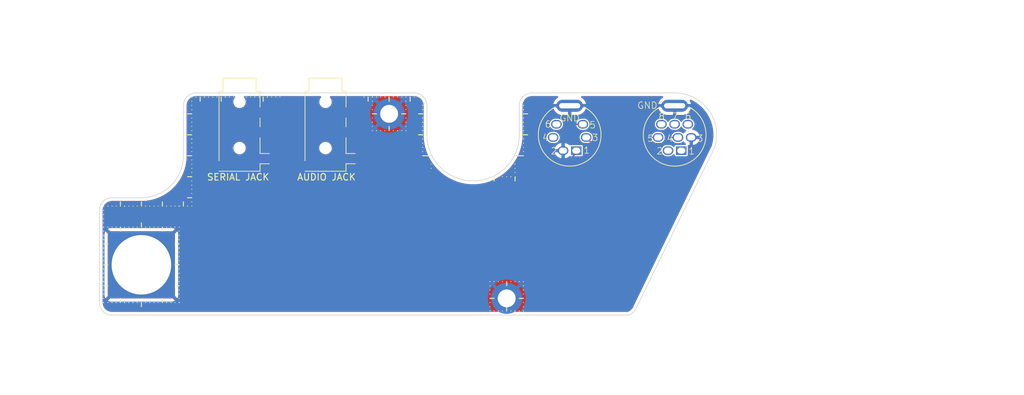
<source format=kicad_pcb>
(kicad_pcb (version 20221018) (generator pcbnew)
  (title_block (title "FT-81x BT DIGI Adaptor") (date "2023-11-23") (rev "v1") (comment 1 "CC-BY-NC-SA 4.0") (comment 2 "With special thanks to: BG6JJI, BI1EIH"))
  (layers (0 "F.Cu" signal) (31 "B.Cu" signal) (34 "B.Paste" user) (35 "F.Paste" user) (36 "B.SilkS" user "B.Silkscreen") (37 "F.SilkS" user "F.Silkscreen") (38 "B.Mask" user) (39 "F.Mask" user) (44 "Edge.Cuts" user))
  (net 0 "")
  (net 2 "DIN8_1")
  (net 3 "TX D")
  (net 4 "RX D")
  (net 5 "DIN8_2")
  (net 6 "DIN8_6")
  (net 7 "DIN8_7")
  (net 8 "PTT")
  (net 9 "DATA IN")
  (net 10 "DIN8_8")
  (net 11 "DATA OUT 1200bps")
  (net 13 "GND")
  (footprint "Connector_Audio:Jack_3.5mm_PJ320D_Horizontal" (layer "F.Cu") (at 125 69 -90)
    (fp_text reference "Jack_AUDIO1" hide)
    (fp_text value "AudioJack" hide)
    (fp_line (start -8.375 -2.5) (end -8.375 2.5) (stroke (width 0.12)) (layer "F.SilkS"))
    (fp_line (start -6.375 -3.1) (end -6.375 -2.5) (stroke (width 0.12)) (layer "F.SilkS"))
    (fp_line (start -6.375 -3.1) (end -4 -3.1) (stroke (width 0.12)) (layer "F.SilkS"))
    (fp_line (start -6.375 -2.5) (end -8.375 -2.5) (stroke (width 0.12)) (layer "F.SilkS"))
    (fp_line (start -6.375 2.5) (end -8.375 2.5) (stroke (width 0.12)) (layer "F.SilkS"))
    (fp_line (start -6.375 2.5) (end -6.375 3.1) (stroke (width 0.12)) (layer "F.SilkS"))
    (fp_line (start -2.35 -3.1) (end -1 -3.1) (stroke (width 0.12)) (layer "F.SilkS"))
    (fp_line (start 0.65 -3.1) (end 3.05 -3.1) (stroke (width 0.12)) (layer "F.SilkS"))
    (fp_line (start 3.05 -3.1) (end 3.05 -4.5) (stroke (width 0.12)) (layer "F.SilkS"))
    (fp_line (start 4.15 3.1) (end -6.375 3.1) (stroke (width 0.12)) (layer "F.SilkS"))
    (fp_line (start 4.6 -3.1) (end 4.6 -4.5) (stroke (width 0.12)) (layer "F.SilkS"))
    (fp_line (start 4.6 -3.1) (end 5.725 -3.1) (stroke (width 0.12)) (layer "F.SilkS"))
    (fp_line (start 5.725 3.1) (end 5.725 -3.1) (stroke (width 0.12)) (layer "F.SilkS"))
    (pad "" np_thru_hole circle (at -4.775 0 270) (size 1.5 1.5) (drill 1.5) (layers "*.Cu" "*.Mask"))
    (pad "" np_thru_hole circle (at 2.225 0 270) (size 1.5 1.5) (drill 1.5) (layers "*.Cu" "*.Mask"))
    (pad "R1" smd rect (at -0.175 -3.25 270) (size 1.2 2.5) (layers "F.Cu" "F.Paste" "F.Mask") (net 9 "DATA IN"))
    (pad "R2" smd rect (at -3.175 -3.25 270) (size 1.2 2.5) (layers "F.Cu" "F.Paste" "F.Mask") (net 8 "PTT"))
    (pad "S" smd rect (at 4.925 3.25 270) (size 1.2 2.5) (layers "F.Cu" "F.Paste" "F.Mask") (net 13 "GND"))
    (pad "T" smd rect (at 3.825 -3.25 270) (size 1.2 2.5) (layers "F.Cu" "F.Paste" "F.Mask") (net 11 "DATA OUT 1200bps"))
  )
  (footprint "Connector_Audio:Jack_3.5mm_PJ320D_Horizontal" (layer "F.Cu") (at 112 69 -90)
    (fp_text reference "Jack_SERIAL1" hide)
    (fp_text value "SerialJack" hide)
    (fp_line (start -8.375 -2.5) (end -8.375 2.5) (stroke (width 0.12)) (layer "F.SilkS"))
    (fp_line (start -6.375 -3.1) (end -6.375 -2.5) (stroke (width 0.12)) (layer "F.SilkS"))
    (fp_line (start -6.375 -3.1) (end -4 -3.1) (stroke (width 0.12)) (layer "F.SilkS"))
    (fp_line (start -6.375 -2.5) (end -8.375 -2.5) (stroke (width 0.12)) (layer "F.SilkS"))
    (fp_line (start -6.375 2.5) (end -8.375 2.5) (stroke (width 0.12)) (layer "F.SilkS"))
    (fp_line (start -6.375 2.5) (end -6.375 3.1) (stroke (width 0.12)) (layer "F.SilkS"))
    (fp_line (start -2.35 -3.1) (end -1 -3.1) (stroke (width 0.12)) (layer "F.SilkS"))
    (fp_line (start 0.65 -3.1) (end 3.05 -3.1) (stroke (width 0.12)) (layer "F.SilkS"))
    (fp_line (start 3.05 -3.1) (end 3.05 -4.5) (stroke (width 0.12)) (layer "F.SilkS"))
    (fp_line (start 4.15 3.1) (end -6.375 3.1) (stroke (width 0.12)) (layer "F.SilkS"))
    (fp_line (start 4.6 -3.1) (end 4.6 -4.5) (stroke (width 0.12)) (layer "F.SilkS"))
    (fp_line (start 4.6 -3.1) (end 5.725 -3.1) (stroke (width 0.12)) (layer "F.SilkS"))
    (fp_line (start 5.725 3.1) (end 5.725 -3.1) (stroke (width 0.12)) (layer "F.SilkS"))
    (pad "" np_thru_hole circle (at -4.775 0 270) (size 1.5 1.5) (drill 1.5) (layers "*.Cu" "*.Mask"))
    (pad "" np_thru_hole circle (at 2.225 0 270) (size 1.5 1.5) (drill 1.5) (layers "*.Cu" "*.Mask"))
    (pad "R1" smd rect (at -0.175 -3.25 270) (size 1.2 2.5) (layers "F.Cu" "F.Paste" "F.Mask") (net 3 "TX D"))
    (pad "R2" smd rect (at -3.175 -3.25 270) (size 1.2 2.5) (layers "F.Cu" "F.Paste" "F.Mask"))
    (pad "S" smd rect (at 4.925 3.25 270) (size 1.2 2.5) (layers "F.Cu" "F.Paste" "F.Mask") (net 13 "GND"))
    (pad "T" smd rect (at 3.825 -3.25 270) (size 1.2 2.5) (layers "F.Cu" "F.Paste" "F.Mask") (net 4 "RX D"))
  )
  (footprint "Library:MD-6Pin_Reverse" (layer "F.Cu") (at 161.925 69.215)
    (fp_text reference "J1010" hide)
    (fp_text value "Mini-DIN-6PR" hide)
    (fp_text user "4" (at -4.191 1.016 unlocked) (layer "F.SilkS") (effects (font (thickness 0.1)) (justify left bottom)))
    (fp_text user "3" (at 3.302 1.016 unlocked) (layer "F.SilkS") (effects (font (thickness 0.1)) (justify left bottom)))
    (fp_text user "GND" (at 0 -2.54 unlocked) (layer "F.SilkS") (effects (font (thickness 0.1))))
    (fp_text user "6" (at -3.81 -1.016 unlocked) (layer "F.SilkS") (effects (font (thickness 0.1)) (justify left bottom)))
    (fp_text user "2" (at -2.921 3.048 unlocked) (layer "F.SilkS") (effects (font (thickness 0.1)) (justify left bottom)))
    (fp_text user "1" (at 2.032 2.921 unlocked) (layer "F.SilkS") (effects (font (thickness 0.1)) (justify left bottom)))
    (fp_text user "5" (at 2.921 -0.889 unlocked) (layer "F.SilkS") (effects (font (thickness 0.1)) (justify left bottom)))
    (fp_arc (start 2.2 -4.199999) (mid 0 4.741307) (end -2.2 -4.199999) (stroke (width 0.127)) (layer "F.SilkS"))
    (pad "1" thru_hole rect (at 1 2.4) (size 1.6 1.3) (drill oval 1.2 0.9) (layers "*.Cu" "*.Mask") (net 9 "DATA IN"))
    (pad "2" thru_hole oval (at -1 2.4) (size 1.6 1.3) (drill oval 1.2 0.9) (layers "*.Cu" "*.Mask") (net 13 "GND"))
    (pad "3" thru_hole oval (at 2.5 0.4) (size 1.6 1.3) (drill oval 1.2 0.9) (layers "*.Cu" "*.Mask") (net 8 "PTT"))
    (pad "4" thru_hole oval (at -2.5 0.4) (size 1.6 1.3) (drill oval 1.2 0.9) (layers "*.Cu" "*.Mask"))
    (pad "5" thru_hole oval (at 2 -1.6) (size 1.6 1.3) (drill oval 1.2 0.9) (layers "*.Cu" "*.Mask") (net 11 "DATA OUT 1200bps"))
    (pad "6" thru_hole oval (at -2 -1.6) (size 1.6 1.3) (drill oval 1.2 0.9) (layers "*.Cu" "*.Mask"))
    (pad "7" thru_hole oval (at 0 -4.4) (size 4 1.8) (drill oval 3.2 0.8) (layers "*.Cu" "*.Mask") (net 13 "GND"))
  )
  (footprint "Library:MD-8Pin_Reverse" (layer "F.Cu") (at 177.8 69.215)
    (fp_text reference "J1009" hide)
    (fp_text value "Mini-DIN-8PR" hide)
    (fp_text user "GND" (at -5.715 -4.445 unlocked) (layer "F.SilkS") (effects (font (thickness 0.1)) (justify left)))
    (fp_text user "8" (at -2.5 -2.2 unlocked) (layer "F.SilkS") (effects (font (thickness 0.1)) (justify left bottom)))
    (fp_text user "6" (at 1.5 -2.2 unlocked) (layer "F.SilkS") (effects (font (thickness 0.1)) (justify left bottom)))
    (fp_text user "1" (at 2.032 3.048 unlocked) (layer "F.SilkS") (effects (font (thickness 0.1)) (justify left bottom)))
    (fp_text user "5" (at -4.191 1.143 unlocked) (layer "F.SilkS") (effects (font (thickness 0.1)) (justify left bottom)))
    (fp_text user "7" (at -0.508 -2.2 unlocked) (layer "F.SilkS") (effects (font (thickness 0.1)) (justify left bottom)))
    (fp_text user "4" (at -1.27 1.143 unlocked) (layer "F.SilkS") (effects (font (thickness 0.1)) (justify left bottom)))
    (fp_text user "2" (at -2.794 3.048 unlocked) (layer "F.SilkS") (effects (font (thickness 0.1)) (justify left bottom)))
    (fp_text user "3" (at 3.302 1.143 unlocked) (layer "F.SilkS") (effects (font (thickness 0.1)) (justify left bottom)))
    (fp_arc (start 2.2 -4.199999) (mid 0 4.741307) (end -2.2 -4.199999) (stroke (width 0.127)) (layer "F.SilkS"))
    (pad "1" thru_hole rect (at 1 2.4) (size 1.6 1.3) (drill oval 1.2 0.9) (layers "*.Cu" "*.Mask") (net 2 "DIN8_1"))
    (pad "2" thru_hole oval (at -1 2.4) (size 1.6 1.3) (drill oval 1.2 0.9) (layers "*.Cu" "*.Mask") (net 5 "DIN8_2"))
    (pad "3" thru_hole oval (at 2.5 0.4) (size 1.6 1.3) (drill oval 1.2 0.9) (layers "*.Cu" "*.Mask") (net 13 "GND"))
    (pad "4" thru_hole oval (at 0.5 0.4) (size 1.6 1.3) (drill oval 1.2 0.9) (layers "*.Cu" "*.Mask") (net 3 "TX D"))
    (pad "5" thru_hole oval (at -2.5 0.4) (size 1.6 1.3) (drill oval 1.2 0.9) (layers "*.Cu" "*.Mask") (net 4 "RX D"))
    (pad "6" thru_hole oval (at 2 -1.6) (size 1.6 1.3) (drill oval 1.2 0.9) (layers "*.Cu" "*.Mask") (net 6 "DIN8_6"))
    (pad "7" thru_hole oval (at 0 -1.6) (size 1.6 1.3) (drill oval 1.2 0.9) (layers "*.Cu" "*.Mask") (net 7 "DIN8_7"))
    (pad "8" thru_hole oval (at -2 -1.6) (size 1.6 1.3) (drill oval 1.2 0.9) (layers "*.Cu" "*.Mask") (net 10 "DIN8_8"))
    (pad "9" thru_hole oval (at 0 -4.4) (size 4 1.8) (drill oval 3.2 0.8) (layers "*.Cu" "*.Mask") (net 13 "GND"))
  )
  (footprint "Library:FT-817_GND_terminal_8.4mm_M8_Pad_TopBottom" (layer "F.Cu") (at 97.155 88.9)
    (fp_text reference "H3" hide)
    (fp_text value "GND Terminal" hide)
    (pad "1" thru_hole circle (at 0 0) (size 10 10) (drill 9) (layers "*.Cu" "*.Mask") (net 13 "GND"))
    (pad "1" connect roundrect (at 0 0) (size 10.16 10.16) (layers "F.Cu" "F.Mask") (roundrect_rratio 0.05) (net 13 "GND"))
    (pad "1" connect roundrect (at 0 0) (size 10.16 10.16) (layers "B.Cu" "B.Mask") (roundrect_rratio 0.05) (net 13 "GND"))
  )
  (footprint "MountingHole:MountingHole_2.7mm_M2.5_DIN965_Pad_TopOnly" (layer "B.Cu") (at 152.4 93.98 180)
    (fp_text reference "H2" hide)
    (fp_text value "MountingHole_Pad" hide)
    (pad "1" thru_hole circle (at 0 0 180) (size 3.1 3.1) (drill 2.7) (layers "*.Cu" "*.Mask") (net 13 "GND"))
    (pad "1" connect circle (at 0 0 180) (size 4.7 4.7) (layers "B.Cu" "B.Mask") (net 13 "GND"))
  )
  (footprint "MountingHole:MountingHole_2.7mm_M2.5_DIN965_Pad_TopOnly" (layer "B.Cu") (at 134.62 66.04 180)
    (fp_text reference "H1" hide)
    (fp_text value "MountingHole_Pad" hide)
    (pad "1" thru_hole circle (at 0 0 180) (size 3.1 3.1) (drill 2.7) (layers "*.Cu" "*.Mask") (net 13 "GND"))
    (pad "1" connect circle (at 0 0 180) (size 4.7 4.7) (layers "B.Cu" "B.Mask") (net 13 "GND"))
  )
  (gr_line (start 140.97 74.295) (end 140.97 74.295) (stroke (width 0.15)) (layer "F.SilkS"))
  (gr_line (start 100.965 80.01) (end 100.965 80.01) (stroke (width 0.15)) (layer "F.SilkS"))
  (gr_line (start 91.44 81.915) (end 91.44 81.915) (stroke (width 0.15)) (layer "F.SilkS"))
  (gr_line (start 106.68 63.5) (end 106.68 63.5) (stroke (width 0.15)) (layer "F.SilkS"))
  (gr_line (start 104.775 73.025) (end 104.775 73.025) (stroke (width 0.15)) (layer "F.SilkS"))
  (gr_line (start 104.775 69.85) (end 104.775 69.85) (stroke (width 0.15)) (layer "F.SilkS"))
  (gr_line (start 132.08 65.405) (end 132.08 65.405) (stroke (width 0.15)) (layer "F.SilkS"))
  (gr_line (start 139.7 69.215) (end 139.065 69.215) (stroke (width 0.15)) (layer "F.SilkS"))
  (gr_line (start 102.87 86.36) (end 102.87 86.36) (stroke (width 0.15)) (layer "F.SilkS"))
  (gr_line (start 104.775 65.405) (end 104.775 65.405) (stroke (width 0.15)) (layer "F.SilkS"))
  (gr_line (start 137.16 67.31) (end 137.16 67.31) (stroke (width 0.15)) (layer "F.SilkS"))
  (gr_line (start 104.775 67.945) (end 104.775 67.945) (stroke (width 0.15)) (layer "F.SilkS"))
  (gr_line (start 139.7 68.58) (end 139.7 68.58) (stroke (width 0.15)) (layer "F.SilkS"))
  (gr_line (start 102.87 88.265) (end 102.87 88.265) (stroke (width 0.15)) (layer "F.SilkS"))
  (gr_line (start 94.615 94.615) (end 94.615 94.615) (stroke (width 0.15)) (layer "F.SilkS"))
  (gr_line (start 104.14 66.04) (end 104.775 66.04) (stroke (width 0.15)) (layer "F.SilkS"))
  (gr_line (start 116.84 63.5) (end 116.84 63.5) (stroke (width 0.15)) (layer "F.SilkS"))
  (gr_line (start 104.775 77.47) (end 104.775 77.47) (stroke (width 0.15)) (layer "F.SilkS"))
  (gr_line (start 98.425 94.615) (end 98.425 94.615) (stroke (width 0.15)) (layer "F.SilkS"))
  (gr_line (start 106.68 63.5) (end 106.68 63.5) (stroke (width 0.15)) (layer "F.SilkS"))
  (gr_line (start 154.305 91.44) (end 154.305 91.44) (stroke (width 0.15)) (layer "F.SilkS"))
  (gr_line (start 104.775 71.12) (end 104.775 71.12) (stroke (width 0.15)) (layer "F.SilkS"))
  (gr_line (start 137.16 67.945) (end 137.16 67.945) (stroke (width 0.15)) (layer "F.SilkS"))
  (gr_line (start 102.87 80.01) (end 102.87 80.01) (stroke (width 0.15)) (layer "F.SilkS"))
  (gr_line (start 139.7 65.405) (end 139.7 65.405) (stroke (width 0.15)) (layer "F.SilkS"))
  (gr_line (start 104.14 75.565) (end 104.775 75.565) (stroke (width 0.15)) (layer "F.SilkS"))
  (gr_line (start 139.7 70.485) (end 139.7 70.485) (stroke (width 0.15)) (layer "F.SilkS"))
  (gr_line (start 104.775 66.675) (end 104.775 66.675) (stroke (width 0.15)) (layer "F.SilkS"))
  (gr_line (start 139.7 63.5) (end 139.7 63.5) (stroke (width 0.15)) (layer "F.SilkS"))
  (gr_line (start 104.775 74.295) (end 104.775 74.295) (stroke (width 0.15)) (layer "F.SilkS"))
  (gr_line (start 113.03 63.5) (end 113.03 63.5) (stroke (width 0.15)) (layer "F.SilkS"))
  (gr_line (start 154.94 71.12) (end 154.94 71.12) (stroke (width 0.15)) (layer "F.SilkS"))
  (gr_line (start 154.94 92.075) (end 154.94 92.075) (stroke (width 0.15)) (layer "F.SilkS"))
  (gr_line (start 154.94 94.615) (end 154.94 94.615) (stroke (width 0.15)) (layer "F.SilkS"))
  (gr_line (start 93.345 83.185) (end 93.345 83.185) (stroke (width 0.15)) (layer "F.SilkS"))
  (gr_line (start 155.575 69.215) (end 154.94 69.215) (stroke (width 0.15)) (layer "F.SilkS"))
  (gr_line (start 94.615 80.01) (end 94.615 80.01) (stroke (width 0.15)) (layer "F.SilkS"))
  (gr_line (start 151.765 75.565) (end 151.765 75.565) (stroke (width 0.15)) (layer "F.SilkS"))
  (gr_line (start 93.345 94.615) (end 93.345 94.615) (stroke (width 0.15)) (layer "F.SilkS"))
  (gr_line (start 99.06 80.01) (end 99.06 80.01) (stroke (width 0.15)) (layer "F.SilkS"))
  (gr_line (start 102.235 94.615) (end 102.235 94.615) (stroke (width 0.15)) (layer "F.SilkS"))
  (gr_line (start 97.79 83.185) (end 97.79 83.185) (stroke (width 0.15)) (layer "F.SilkS"))
  (gr_line (start 91.44 85.09) (end 91.44 85.09) (stroke (width 0.15)) (layer "F.SilkS"))
  (gr_line (start 132.08 68.58) (end 132.08 68.58) (stroke (width 0.15)) (layer "F.SilkS"))
  (gr_line (start 154.94 95.885) (end 154.94 95.885) (stroke (width 0.15)) (layer "F.SilkS"))
  (gr_line (start 139.7 66.04) (end 139.065 66.04) (stroke (width 0.15)) (layer "F.SilkS"))
  (gr_line (start 101.6 80.01) (end 101.6 80.01) (stroke (width 0.15)) (layer "F.SilkS"))
  (gr_line (start 104.775 70.485) (end 104.775 70.485) (stroke (width 0.15)) (layer "F.SilkS"))
  (gr_line (start 149.86 92.71) (end 149.86 92.71) (stroke (width 0.15)) (layer "F.SilkS"))
  (gr_line (start 98.425 80.01) (end 98.425 80.01) (stroke (width 0.15)) (layer "F.SilkS"))
  (gr_line (start 150.495 75.565) (end 150.495 76.2) (stroke (width 0.15)) (layer "F.SilkS"))
  (gr_line (start 91.44 88.265) (end 91.44 88.265) (stroke (width 0.15)) (layer "F.SilkS"))
  (gr_line (start 102.87 94.615) (end 102.87 94.615) (stroke (width 0.15)) (layer "F.SilkS"))
  (gr_line (start 104.775 69.85) (end 104.775 69.85) (stroke (width 0.15)) (layer "F.SilkS"))
  (gr_line (start 92.075 80.01) (end 92.075 80.01) (stroke (width 0.15)) (layer "F.SilkS"))
  (gr_line (start 102.87 86.36) (end 102.87 86.36) (stroke (width 0.15)) (layer "F.SilkS"))
  (gr_line (start 102.87 93.98) (end 102.87 93.98) (stroke (width 0.15)) (layer "F.SilkS"))
  (gr_line (start 154.94 95.25) (end 154.94 95.25) (stroke (width 0.15)) (layer "F.SilkS"))
  (gr_line (start 118.11 63.5) (end 118.11 63.5) (stroke (width 0.15)) (layer "F.SilkS"))
  (gr_line (start 140.97 73.025) (end 140.97 73.025) (stroke (width 0.15)) (layer "F.SilkS"))
  (gr_line (start 102.87 83.185) (end 102.87 83.185) (stroke (width 0.15)) (layer "F.SilkS"))
  (gr_line (start 154.94 93.345) (end 154.94 93.345) (stroke (width 0.15)) (layer "F.SilkS"))
  (gr_line (start 104.775 67.31) (end 104.775 67.31) (stroke (width 0.15)) (layer "F.SilkS"))
  (gr_line (start 91.44 80.645) (end 91.44 80.645) (stroke (width 0.15)) (layer "F.SilkS"))
  (gr_line (start 154.94 91.44) (end 154.94 91.44) (stroke (width 0.15)) (layer "F.SilkS"))
  (gr_line (start 117.475 63.5) (end 117.475 63.5) (stroke (width 0.15)) (layer "F.SilkS"))
  (gr_line (start 137.16 65.405) (end 137.16 65.405) (stroke (width 0.15)) (layer "F.SilkS"))
  (gr_line (start 104.775 76.2) (end 104.775 76.2) (stroke (width 0.15)) (layer "F.SilkS"))
  (gr_line (start 101.6 83.185) (end 101.6 83.185) (stroke (width 0.15)) (layer "F.SilkS"))
  (gr_line (start 113.03 63.5) (end 113.03 63.5) (stroke (width 0.15)) (layer "F.SilkS"))
  (gr_line (start 140.97 72.39) (end 139.7 72.39) (stroke (width 0.15)) (layer "F.SilkS"))
  (gr_line (start 110.49 63.5) (end 110.49 63.5) (stroke (width 0.15)) (layer "F.SilkS"))
  (gr_line (start 114.3 63.5) (end 114.3 63.5) (stroke (width 0.15)) (layer "F.SilkS"))
  (gr_line (start 136.525 63.5) (end 136.525 63.5) (stroke (width 0.15)) (layer "F.SilkS"))
  (gr_line (start 139.7 66.675) (end 139.7 66.675) (stroke (width 0.15)) (layer "F.SilkS"))
  (gr_line (start 92.71 83.185) (end 92.71 83.185) (stroke (width 0.15)) (layer "F.SilkS"))
  (gr_line (start 96.52 83.185) (end 96.52 83.185) (stroke (width 0.15)) (layer "F.SilkS"))
  (gr_line (start 100.965 94.615) (end 100.965 94.615) (stroke (width 0.15)) (layer "F.SilkS"))
  (gr_line (start 151.13 95.885) (end 151.13 95.885) (stroke (width 0.15)) (layer "F.SilkS"))
  (gr_line (start 91.44 91.44) (end 91.44 91.44) (stroke (width 0.15)) (layer "F.SilkS"))
  (gr_line (start 92.71 94.615) (end 92.71 94.615) (stroke (width 0.15)) (layer "F.SilkS"))
  (gr_line (start 91.44 87.63) (end 91.44 87.63) (stroke (width 0.15)) (layer "F.SilkS"))
  (gr_line (start 94.615 83.185) (end 94.615 83.185) (stroke (width 0.15)) (layer "F.SilkS"))
  (gr_line (start 91.44 93.98) (end 91.44 93.98) (stroke (width 0.15)) (layer "F.SilkS"))
  (gr_line (start 91.44 94.615) (end 91.44 94.615) (stroke (width 0.15)) (layer "F.SilkS"))
  (gr_line (start 102.235 92.075) (end 102.87 92.075) (stroke (width 0.15)) (layer "F.SilkS"))
  (gr_line (start 91.44 83.185) (end 91.44 83.185) (stroke (width 0.15)) (layer "F.SilkS"))
  (gr_line (start 95.885 94.615) (end 95.885 94.615) (stroke (width 0.15)) (layer "F.SilkS"))
  (gr_line (start 140.97 73.66) (end 140.97 73.66) (stroke (width 0.15)) (layer "F.SilkS"))
  (gr_line (start 154.94 67.945) (end 154.94 67.945) (stroke (width 0.15)) (layer "F.SilkS"))
  (gr_line (start 139.7 64.135) (end 139.7 64.135) (stroke (width 0.15)) (layer "F.SilkS"))
  (gr_line (start 109.855 63.5) (end 109.855 63.5) (stroke (width 0.15)) (layer "F.SilkS"))
  (gr_line (start 91.44 86.36) (end 91.44 86.36) (stroke (width 0.15)) (layer "F.SilkS"))
  (gr_line (start 91.44 92.71) (end 91.44 92.71) (stroke (width 0.15)) (layer "F.SilkS"))
  (gr_line (start 132.08 67.31) (end 132.08 67.31) (stroke (width 0.15)) (layer "F.SilkS"))
  (gr_line (start 94.615 94.615) (end 94.615 94.615) (stroke (width 0.15)) (layer "F.SilkS"))
  (gr_line (start 95.25 94.615) (end 95.25 94.615) (stroke (width 0.15)) (layer "F.SilkS"))
  (gr_line (start 102.87 89.535) (end 102.87 89.535) (stroke (width 0.15)) (layer "F.SilkS"))
  (gr_line (start 154.94 67.31) (end 154.94 67.31) (stroke (width 0.15)) (layer "F.SilkS"))
  (gr_line (start 92.075 94.615) (end 92.075 94.615) (stroke (width 0.15)) (layer "F.SilkS"))
  (gr_line (start 139.065 63.5) (end 139.065 63.5) (stroke (width 0.15)) (layer "F.SilkS"))
  (gr_line (start 137.16 63.5) (end 137.16 63.5) (stroke (width 0.15)) (layer "F.SilkS"))
  (gr_line (start 105.41 63.5) (end 105.41 63.5) (stroke (width 0.15)) (layer "F.SilkS"))
  (gr_line (start 134.62 64.135) (end 134.62 63.5) (stroke (width 0.15)) (layer "F.SilkS"))
  (gr_line (start 104.775 64.77) (end 104.775 64.77) (stroke (width 0.15)) (layer "F.SilkS"))
  (gr_line (start 104.775 76.835) (end 104.775 76.835) (stroke (width 0.15)) (layer "F.SilkS"))
  (gr_line (start 91.44 90.805) (end 91.44 90.805) (stroke (width 0.15)) (layer "F.SilkS"))
  (gr_line (start 132.08 66.675) (end 132.08 66.675) (stroke (width 0.15)) (layer "F.SilkS"))
  (gr_line (start 153.67 74.295) (end 153.67 74.295) (stroke (width 0.15)) (layer "F.SilkS"))
  (gr_line (start 104.775 73.66) (end 104.775 73.66) (stroke (width 0.15)) (layer "F.SilkS"))
  (gr_line (start 152.4 92.075) (end 152.4 91.44) (stroke (width 0.15)) (layer "F.SilkS"))
  (gr_line (start 102.87 86.995) (end 102.87 86.995) (stroke (width 0.15)) (layer "F.SilkS"))
  (gr_line (start 139.7 69.85) (end 139.7 69.85) (stroke (width 0.15)) (layer "F.SilkS"))
  (gr_line (start 91.44 84.455) (end 91.44 84.455) (stroke (width 0.15)) (layer "F.SilkS"))
  (gr_line (start 136.525 68.58) (end 136.525 68.58) (stroke (width 0.15)) (layer "F.SilkS"))
  (gr_line (start 153.035 95.885) (end 153.035 95.885) (stroke (width 0.15)) (layer "F.SilkS"))
  (gr_line (start 104.14 69.215) (end 104.775 69.215) (stroke (width 0.15)) (layer "F.SilkS"))
  (gr_line (start 154.94 65.405) (end 154.94 65.405) (stroke (width 0.15)) (layer "F.SilkS"))
  (gr_line (start 154.94 63.5) (end 154.94 63.5) (stroke (width 0.15)) (layer "F.SilkS"))
  (gr_line (start 91.44 86.995) (end 91.44 86.995) (stroke (width 0.15)) (layer "F.SilkS"))
  (gr_line (start 151.13 75.565) (end 151.13 75.565) (stroke (width 0.15)) (layer "F.SilkS"))
  (gr_line (start 104.775 63.5) (end 104.775 63.5) (stroke (width 0.15)) (layer "F.SilkS"))
  (gr_line (start 91.44 81.28) (end 91.44 81.28) (stroke (width 0.15)) (layer "F.SilkS"))
  (gr_line (start 153.67 73.66) (end 153.67 73.66) (stroke (width 0.15)) (layer "F.SilkS"))
  (gr_line (start 102.235 85.725) (end 102.87 85.725) (stroke (width 0.15)) (layer "F.SilkS"))
  (gr_line (start 153.035 75.565) (end 153.035 75.565) (stroke (width 0.15)) (layer "F.SilkS"))
  (gr_line (start 97.155 82.55) (end 97.155 83.185) (stroke (width 0.15)) (layer "F.SilkS"))
  (gr_line (start 133.35 63.5) (end 133.35 63.5) (stroke (width 0.15)) (layer "F.SilkS"))
  (gr_line (start 137.16 66.675) (end 137.16 66.675) (stroke (width 0.15)) (layer "F.SilkS"))
  (gr_line (start 135.255 68.58) (end 135.255 68.58) (stroke (width 0.15)) (layer "F.SilkS"))
  (gr_line (start 154.94 68.58) (end 154.94 68.58) (stroke (width 0.15)) (layer "F.SilkS"))
  (gr_line (start 153.67 75.565) (end 153.67 76.2) (stroke (width 0.15)) (layer "F.SilkS"))
  (gr_line (start 154.94 66.675) (end 154.94 66.675) (stroke (width 0.15)) (layer "F.SilkS"))
  (gr_line (start 106.045 64.135) (end 106.045 63.5) (stroke (width 0.15)) (layer "F.SilkS"))
  (gr_line (start 96.52 94.615) (end 96.52 94.615) (stroke (width 0.15)) (layer "F.SilkS"))
  (gr_line (start 102.87 90.805) (end 102.87 90.805) (stroke (width 0.15)) (layer "F.SilkS"))
  (gr_line (start 99.06 94.615) (end 99.06 94.615) (stroke (width 0.15)) (layer "F.SilkS"))
  (gr_line (start 102.87 94.615) (end 102.87 94.615) (stroke (width 0.15)) (layer "F.SilkS"))
  (gr_line (start 153.67 74.93) (end 153.67 74.93) (stroke (width 0.15)) (layer "F.SilkS"))
  (gr_line (start 104.775 69.85) (end 104.775 69.85) (stroke (width 0.15)) (layer "F.SilkS"))
  (gr_line (start 100.33 79.375) (end 100.33 80.01) (stroke (width 0.15)) (layer "F.SilkS"))
  (gr_line (start 133.985 63.5) (end 133.985 63.5) (stroke (width 0.15)) (layer "F.SilkS"))
  (gr_line (start 99.695 94.615) (end 99.695 94.615) (stroke (width 0.15)) (layer "F.SilkS"))
  (gr_line (start 150.495 93.98) (end 149.86 93.98) (stroke (width 0.15)) (layer "F.SilkS"))
  (gr_line (start 109.22 64.135) (end 109.22 63.5) (stroke (width 0.15)) (layer "F.SilkS"))
  (gr_line (start 133.35 68.58) (end 133.35 68.58) (stroke (width 0.15)) (layer "F.SilkS"))
  (gr_line (start 132.08 67.945) (end 132.08 67.945) (stroke (width 0.15)) (layer "F.SilkS"))
  (gr_line (start 102.87 88.9) (end 102.235 88.9) (stroke (width 0.15)) (layer "F.SilkS"))
  (gr_line (start 108.585 63.5) (end 108.585 63.5) (stroke (width 0.15)) (layer "F.SilkS"))
  (gr_line (start 98.425 83.185) (end 98.425 83.185) (stroke (width 0.15)) (layer "F.SilkS"))
  (gr_line (start 104.14 78.74) (end 104.775 78.74) (stroke (width 0.15)) (layer "F.SilkS"))
  (gr_line (start 139.7 67.31) (end 139.7 67.31) (stroke (width 0.15)) (layer "F.SilkS"))
  (gr_line (start 137.16 68.58) (end 137.16 68.58) (stroke (width 0.15)) (layer "F.SilkS"))
  (gr_line (start 102.87 92.71) (end 102.87 92.71) (stroke (width 0.15)) (layer "F.SilkS"))
  (gr_line (start 101.6 94.615) (end 101.6 94.615) (stroke (width 0.15)) (layer "F.SilkS"))
  (gr_line (start 139.7 71.12) (end 139.7 71.12) (stroke (width 0.15)) (layer "F.SilkS"))
  (gr_line (start 102.87 80.01) (end 102.87 80.01) (stroke (width 0.15)) (layer "F.SilkS"))
  (gr_line (start 148.59 76.2) (end 148.59 76.2) (stroke (width 0.15)) (layer "F.SilkS"))
  (gr_line (start 152.4 95.25) (end 152.4 95.885) (stroke (width 0.15)) (layer "F.SilkS"))
  (gr_line (start 135.89 63.5) (end 135.89 63.5) (stroke (width 0.15)) (layer "F.SilkS"))
  (gr_line (start 153.67 73.025) (end 153.67 73.025) (stroke (width 0.15)) (layer "F.SilkS"))
  (gr_line (start 91.44 86.36) (end 91.44 86.36) (stroke (width 0.15)) (layer "F.SilkS"))
  (gr_line (start 135.89 68.58) (end 135.89 68.58) (stroke (width 0.15)) (layer "F.SilkS"))
  (gr_line (start 137.16 64.135) (end 137.16 64.135) (stroke (width 0.15)) (layer "F.SilkS"))
  (gr_line (start 104.14 72.39) (end 104.775 72.39) (stroke (width 0.15)) (layer "F.SilkS"))
  (gr_line (start 97.79 80.01) (end 97.79 80.01) (stroke (width 0.15)) (layer "F.SilkS"))
  (gr_line (start 102.87 90.17) (end 102.87 90.17) (stroke (width 0.15)) (layer "F.SilkS"))
  (gr_line (start 149.86 95.25) (end 149.86 95.25) (stroke (width 0.15)) (layer "F.SilkS"))
  (gr_line (start 97.79 94.615) (end 97.79 94.615) (stroke (width 0.15)) (layer "F.SilkS"))
  (gr_line (start 154.94 71.755) (end 154.94 71.755) (stroke (width 0.15)) (layer "F.SilkS"))
  (gr_line (start 132.08 64.77) (end 132.08 64.77) (stroke (width 0.15)) (layer "F.SilkS"))
  (gr_line (start 96.52 80.01) (end 96.52 80.01) (stroke (width 0.15)) (layer "F.SilkS"))
  (gr_line (start 116.205 63.5) (end 116.205 63.5) (stroke (width 0.15)) (layer "F.SilkS"))
  (gr_line (start 133.985 68.58) (end 133.985 68.58) (stroke (width 0.15)) (layer "F.SilkS"))
  (gr_line (start 103.505 79.375) (end 103.505 80.01) (stroke (width 0.15)) (layer "F.SilkS"))
  (gr_line (start 132.08 63.5) (end 132.08 63.5) (stroke (width 0.15)) (layer "F.SilkS"))
  (gr_line (start 138.43 63.5) (end 138.43 63.5) (stroke (width 0.15)) (layer "F.SilkS"))
  (gr_line (start 149.225 76.2) (end 149.225 76.2) (stroke (width 0.15)) (layer "F.SilkS"))
  (gr_line (start 114.935 63.5) (end 114.935 63.5) (stroke (width 0.15)) (layer "F.SilkS"))
  (gr_line (start 102.87 87.63) (end 102.87 87.63) (stroke (width 0.15)) (layer "F.SilkS"))
  (gr_line (start 92.075 88.9) (end 91.44 88.9) (stroke (width 0.15)) (layer "F.SilkS"))
  (gr_line (start 91.44 90.17) (end 91.44 90.17) (stroke (width 0.15)) (layer "F.SilkS"))
  (gr_line (start 112.395 64.135) (end 112.395 63.5) (stroke (width 0.15)) (layer "F.SilkS"))
  (gr_line (start 102.87 94.615) (end 102.87 94.615) (stroke (width 0.15)) (layer "F.SilkS"))
  (gr_line (start 91.44 93.345) (end 91.44 93.345) (stroke (width 0.15)) (layer "F.SilkS"))
  (gr_line (start 137.795 64.135) (end 137.795 63.5) (stroke (width 0.15)) (layer "F.SilkS"))
  (gr_line (start 95.885 83.185) (end 95.885 83.185) (stroke (width 0.15)) (layer "F.SilkS"))
  (gr_line (start 151.765 91.44) (end 151.765 91.44) (stroke (width 0.15)) (layer "F.SilkS"))
  (gr_line (start 132.08 64.135) (end 132.08 64.135) (stroke (width 0.15)) (layer "F.SilkS"))
  (gr_line (start 93.98 79.375) (end 93.98 80.01) (stroke (width 0.15)) (layer "F.SilkS"))
  (gr_line (start 102.87 83.82) (end 102.87 83.82) (stroke (width 0.15)) (layer "F.SilkS"))
  (gr_line (start 91.44 85.725) (end 92.075 85.725) (stroke (width 0.15)) (layer "F.SilkS"))
  (gr_line (start 149.86 91.44) (end 149.86 91.44) (stroke (width 0.15)) (layer "F.SilkS"))
  (gr_line (start 102.87 80.01) (end 102.87 80.01) (stroke (width 0.15)) (layer "F.SilkS"))
  (gr_line (start 130.81 63.5) (end 130.81 63.5) (stroke (width 0.15)) (layer "F.SilkS"))
  (gr_line (start 102.87 91.44) (end 102.87 91.44) (stroke (width 0.15)) (layer "F.SilkS"))
  (gr_line (start 154.94 64.77) (end 154.94 64.77) (stroke (width 0.15)) (layer "F.SilkS"))
  (gr_line (start 91.44 82.55) (end 91.44 82.55) (stroke (width 0.15)) (layer "F.SilkS"))
  (gr_line (start 109.855 63.5) (end 109.855 63.5) (stroke (width 0.15)) (layer "F.SilkS"))
  (gr_line (start 154.305 95.885) (end 154.305 95.885) (stroke (width 0.15)) (layer "F.SilkS"))
  (gr_line (start 91.44 89.535) (end 91.44 89.535) (stroke (width 0.15)) (layer "F.SilkS"))
  (gr_line (start 92.075 92.075) (end 91.44 92.075) (stroke (width 0.15)) (layer "F.SilkS"))
  (gr_line (start 95.25 83.185) (end 95.25 83.185) (stroke (width 0.15)) (layer "F.SilkS"))
  (gr_line (start 136.525 66.04) (end 137.16 66.04) (stroke (width 0.15)) (layer "F.SilkS"))
  (gr_line (start 99.695 80.01) (end 99.695 80.01) (stroke (width 0.15)) (layer "F.SilkS"))
  (gr_line (start 149.86 76.2) (end 149.86 76.2) (stroke (width 0.15)) (layer "F.SilkS"))
  (gr_line (start 99.06 83.185) (end 99.06 83.185) (stroke (width 0.15)) (layer "F.SilkS"))
  (gr_line (start 115.57 64.135) (end 115.57 63.5) (stroke (width 0.15)) (layer "F.SilkS"))
  (gr_line (start 100.33 93.98) (end 100.33 94.615) (stroke (width 0.15)) (layer "F.SilkS"))
  (gr_line (start 149.86 94.615) (end 149.86 94.615) (stroke (width 0.15)) (layer "F.SilkS"))
  (gr_line (start 104.775 80.01) (end 104.775 80.01) (stroke (width 0.15)) (layer "F.SilkS"))
  (gr_line (start 154.94 69.85) (end 154.94 69.85) (stroke (width 0.15)) (layer "F.SilkS"))
  (gr_line (start 149.86 95.885) (end 149.86 95.885) (stroke (width 0.15)) (layer "F.SilkS"))
  (gr_line (start 132.08 63.5) (end 132.08 63.5) (stroke (width 0.15)) (layer "F.SilkS"))
  (gr_line (start 135.255 63.5) (end 135.255 63.5) (stroke (width 0.15)) (layer "F.SilkS"))
  (gr_line (start 132.715 68.58) (end 132.715 68.58) (stroke (width 0.15)) (layer "F.SilkS"))
  (gr_line (start 104.14 80.01) (end 104.14 80.01) (stroke (width 0.15)) (layer "F.SilkS"))
  (gr_line (start 116.205 63.5) (end 116.205 63.5) (stroke (width 0.15)) (layer "F.SilkS"))
  (gr_line (start 93.98 93.98) (end 93.98 94.615) (stroke (width 0.15)) (layer "F.SilkS"))
  (gr_line (start 91.44 83.185) (end 91.44 83.185) (stroke (width 0.15)) (layer "F.SilkS"))
  (gr_line (start 104.775 68.58) (end 104.775 68.58) (stroke (width 0.15)) (layer "F.SilkS"))
  (gr_line (start 91.44 91.44) (end 91.44 91.44) (stroke (width 0.15)) (layer "F.SilkS"))
  (gr_line (start 154.94 70.485) (end 154.94 70.485) (stroke (width 0.15)) (layer "F.SilkS"))
  (gr_line (start 97.155 79.375) (end 97.155 80.01) (stroke (width 0.15)) (layer "F.SilkS"))
  (gr_line (start 151.765 95.885) (end 151.765 95.885) (stroke (width 0.15)) (layer "F.SilkS"))
  (gr_line (start 102.235 80.01) (end 102.235 80.01) (stroke (width 0.15)) (layer "F.SilkS"))
  (gr_line (start 137.16 64.77) (end 137.16 64.77) (stroke (width 0.15)) (layer "F.SilkS"))
  (gr_line (start 95.885 80.01) (end 95.885 80.01) (stroke (width 0.15)) (layer "F.SilkS"))
  (gr_line (start 104.775 71.755) (end 104.775 71.755) (stroke (width 0.15)) (layer "F.SilkS"))
  (gr_line (start 102.87 85.09) (end 102.87 85.09) (stroke (width 0.15)) (layer "F.SilkS"))
  (gr_line (start 154.94 92.71) (end 154.94 92.71) (stroke (width 0.15)) (layer "F.SilkS"))
  (gr_line (start 95.25 80.01) (end 95.25 80.01) (stroke (width 0.15)) (layer "F.SilkS"))
  (gr_line (start 100.965 83.185) (end 100.965 83.185) (stroke (width 0.15)) (layer "F.SilkS"))
  (gr_line (start 102.235 83.185) (end 102.235 83.185) (stroke (width 0.15)) (layer "F.SilkS"))
  (gr_line (start 107.95 63.5) (end 107.95 63.5) (stroke (width 0.15)) (layer "F.SilkS"))
  (gr_line (start 100.33 83.82) (end 100.33 83.185) (stroke (width 0.15)) (layer "F.SilkS"))
  (gr_line (start 132.715 66.04) (end 132.08 66.04) (stroke (width 0.15)) (layer "F.SilkS"))
  (gr_line (start 139.7 67.945) (end 139.7 67.945) (stroke (width 0.15)) (layer "F.SilkS"))
  (gr_line (start 154.94 64.135) (end 154.94 64.135) (stroke (width 0.15)) (layer "F.SilkS"))
  (gr_line (start 99.695 83.185) (end 99.695 83.185) (stroke (width 0.15)) (layer "F.SilkS"))
  (gr_line (start 102.87 84.455) (end 102.87 84.455) (stroke (width 0.15)) (layer "F.SilkS"))
  (gr_line (start 107.315 63.5) (end 107.315 63.5) (stroke (width 0.15)) (layer "F.SilkS"))
  (gr_line (start 152.4 75.565) (end 152.4 75.565) (stroke (width 0.15)) (layer "F.SilkS"))
  (gr_line (start 104.775 78.105) (end 104.775 78.105) (stroke (width 0.15)) (layer "F.SilkS"))
  (gr_line (start 111.125 63.5) (end 111.125 63.5) (stroke (width 0.15)) (layer "F.SilkS"))
  (gr_line (start 155.575 66.04) (end 154.94 66.04) (stroke (width 0.15)) (layer "F.SilkS"))
  (gr_line (start 149.86 93.345) (end 149.86 93.345) (stroke (width 0.15)) (layer "F.SilkS"))
  (gr_line (start 93.98 83.82) (end 93.98 83.185) (stroke (width 0.15)) (layer "F.SilkS"))
  (gr_line (start 104.775 79.375) (end 104.775 79.375) (stroke (width 0.15)) (layer "F.SilkS"))
  (gr_line (start 94.615 80.01) (end 94.615 80.01) (stroke (width 0.15)) (layer "F.SilkS"))
  (gr_line (start 153.035 91.44) (end 153.035 91.44) (stroke (width 0.15)) (layer "F.SilkS"))
  (gr_line (start 151.13 91.44) (end 151.13 91.44) (stroke (width 0.15)) (layer "F.SilkS"))
  (gr_line (start 150.495 95.885) (end 150.495 95.885) (stroke (width 0.15)) (layer "F.SilkS"))
  (gr_line (start 153.67 95.885) (end 153.67 95.885) (stroke (width 0.15)) (layer "F.SilkS"))
  (gr_line (start 104.775 74.93) (end 104.775 74.93) (stroke (width 0.15)) (layer "F.SilkS"))
  (gr_line (start 111.76 63.5) (end 111.76 63.5) (stroke (width 0.15)) (layer "F.SilkS"))
  (gr_line (start 131.445 64.135) (end 131.445 63.5) (stroke (width 0.15)) (layer "F.SilkS"))
  (gr_line (start 102.87 86.36) (end 102.87 86.36) (stroke (width 0.15)) (layer "F.SilkS"))
  (gr_line (start 97.155 94.615) (end 97.155 95.25) (stroke (width 0.15)) (layer "F.SilkS"))
  (gr_line (start 91.44 80.01) (end 91.44 80.01) (stroke (width 0.15)) (layer "F.SilkS"))
  (gr_line (start 93.345 80.01) (end 93.345 80.01) (stroke (width 0.15)) (layer "F.SilkS"))
  (gr_line (start 150.495 91.44) (end 150.495 91.44) (stroke (width 0.15)) (layer "F.SilkS"))
  (gr_line (start 91.44 94.615) (end 91.44 94.615) (stroke (width 0.15)) (layer "F.SilkS"))
  (gr_line (start 132.715 63.5) (end 132.715 63.5) (stroke (width 0.15)) (layer "F.SilkS"))
  (gr_line (start 113.665 63.5) (end 113.665 63.5) (stroke (width 0.15)) (layer "F.SilkS"))
  (gr_line (start 92.075 83.185) (end 92.075 83.185) (stroke (width 0.15)) (layer "F.SilkS"))
  (gr_line (start 153.67 91.44) (end 153.67 91.44) (stroke (width 0.15)) (layer "F.SilkS"))
  (gr_line (start 92.71 80.01) (end 92.71 80.01) (stroke (width 0.15)) (layer "F.SilkS"))
  (gr_line (start 154.94 72.39) (end 153.67 72.39) (stroke (width 0.15)) (layer "F.SilkS"))
  (gr_line (start 154.305 93.98) (end 154.94 93.98) (stroke (width 0.15)) (layer "F.SilkS"))
  (gr_line (start 139.7 64.77) (end 139.7 64.77) (stroke (width 0.15)) (layer "F.SilkS"))
  (gr_line (start 104.775 64.135) (end 104.775 64.135) (stroke (width 0.15)) (layer "F.SilkS"))
  (gr_line (start 91.44 83.82) (end 91.44 83.82) (stroke (width 0.15)) (layer "F.SilkS"))
  (gr_line (start 139.7 71.755) (end 139.7 71.755) (stroke (width 0.15)) (layer "F.SilkS"))
  (gr_line (start 102.87 93.345) (end 102.87 93.345) (stroke (width 0.15)) (layer "F.SilkS"))
  (gr_line (start 134.62 67.945) (end 134.62 68.58) (stroke (width 0.15)) (layer "F.SilkS"))
  (gr_line (start 149.86 92.075) (end 149.86 92.075) (stroke (width 0.15)) (layer "F.SilkS"))
  (gr_line (start 172.085 95.25) (end 183.882197 71.039659) (stroke (width 0.1)) (layer "Edge.Cuts"))
  (gr_arc (start 103.505 64.77) (mid 104.062962 63.422962) (end 105.41 62.865) (stroke (width 0.1)) (layer "Edge.Cuts"))
  (gr_arc (start 172.084998 95.250006) (mid 171.599901 96.034905) (end 170.815 96.52) (stroke (width 0.1)) (layer "Edge.Cuts"))
  (gr_arc (start 92.71 96.52) (mid 91.362962 95.962038) (end 90.805 94.615) (stroke (width 0.1)) (layer "Edge.Cuts"))
  (gr_line (start 92.71 96.52) (end 170.815 96.52) (stroke (width 0.1)) (layer "Edge.Cuts"))
  (gr_arc (start 177.8 62.865) (mid 182.89456 65.424491) (end 183.882197 71.039659) (stroke (width 0.1)) (layer "Edge.Cuts"))
  (gr_line (start 177.8 62.865) (end 156.21 62.865) (stroke (width 0.1)) (layer "Edge.Cuts"))
  (gr_line (start 103.505 72.39) (end 103.505 64.77) (stroke (width 0.1)) (layer "Edge.Cuts"))
  (gr_line (start 97.155 78.74) (end 92.71 78.74) (stroke (width 0.1)) (layer "Edge.Cuts"))
  (gr_arc (start 138.43 62.865) (mid 139.777038 63.422962) (end 140.335 64.77) (stroke (width 0.1)) (layer "Edge.Cuts"))
  (gr_arc (start 90.804999 80.644999) (mid 91.362961 79.297961) (end 92.709999 78.739999) (stroke (width 0.1)) (layer "Edge.Cuts"))
  (gr_line (start 140.335 64.77) (end 140.335 69.215) (stroke (width 0.1)) (layer "Edge.Cuts"))
  (gr_line (start 90.805 80.645) (end 90.805 94.615) (stroke (width 0.1)) (layer "Edge.Cuts"))
  (gr_arc (start 103.505 72.39) (mid 101.645128 76.880128) (end 97.155 78.74) (stroke (width 0.1)) (layer "Edge.Cuts"))
  (gr_line (start 138.43 62.865) (end 105.41 62.865) (stroke (width 0.1)) (layer "Edge.Cuts"))
  (gr_line (start 154.305 64.77) (end 154.305 69.215) (stroke (width 0.1)) (layer "Edge.Cuts"))
  (gr_arc (start 154.305 69.215) (mid 147.32 76.2) (end 140.335 69.215) (stroke (width 0.1)) (layer "Edge.Cuts"))
  (gr_arc (start 154.305 64.77) (mid 154.862962 63.422962) (end 156.21 62.865) (stroke (width 0.1)) (layer "Edge.Cuts"))
  (gr_text "SERIAL JACK" (at 107 76.2) (layer "F.SilkS") (effects (font (size 1 1)) (justify left bottom)))
  (gr_text "AUDIO JACK\n" (at 120.65 76.2) (layer "F.SilkS") (effects (font (size 1 1)) (justify left bottom)))
  (segment (start 177.1206 69.615) (end 178.3 69.615) (width 0.2) (layer "F.Cu") (net 3))
  (segment (start 105.4608 71.2724) (end 105.4608 79.6798) (width 0.2) (layer "F.Cu") (net 3))
  (segment (start 169.418 85.2424) (end 172.7962 81.8642) (width 0.2) (layer "F.Cu") (net 3))
  (segment (start 105.4608 79.6798) (end 111.0234 85.2424) (width 0.2) (layer "F.Cu") (net 3))
  (segment (start 172.7962 73.9394) (end 177.1206 69.615) (width 0.2) (layer "F.Cu") (net 3))
  (segment (start 111.0234 85.2424) (end 169.418 85.2424) (width 0.2) (layer "F.Cu") (net 3))
  (segment (start 107.9082 68.825) (end 105.4608 71.2724) (width 0.2) (layer "F.Cu") (net 3))
  (segment (start 115.25 68.825) (end 107.9082 68.825) (width 0.2) (layer "F.Cu") (net 3))
  (segment (start 172.7962 81.8642) (end 172.7962 73.9394) (width 0.2) (layer "F.Cu") (net 3))
  (segment (start 115.25 72.825) (end 115.25 76.9976) (width 0.2) (layer "F.Cu") (net 4))
  (segment (start 115.25 76.9976) (end 121.6406 83.3882) (width 0.2) (layer "F.Cu") (net 4))
  (segment (start 169.5196 72.8472) (end 172.7518 69.615) (width 0.2) (layer "F.Cu") (net 4))
  (segment (start 172.7518 69.615) (end 175.3 69.615) (width 0.2) (layer "F.Cu") (net 4))
  (segment (start 169.5196 81.2292) (end 169.5196 72.8472) (width 0.2) (layer "F.Cu") (net 4))
  (segment (start 121.6406 83.3882) (end 167.3606 83.3882) (width 0.2) (layer "F.Cu") (net 4))
  (segment (start 167.3606 83.3882) (end 169.5196 81.2292) (width 0.2) (layer "F.Cu") (net 4))
  (segment (start 167 74.495) (end 167 72.19) (width 0.2) (layer "F.Cu") (net 8))
  (segment (start 128.25 65.825) (end 126.2752 65.825) (width 0.2) (layer "F.Cu") (net 8))
  (segment (start 167 72.19) (end 164.425 69.615) (width 0.2) (layer "F.Cu") (net 8))
  (segment (start 126.2752 65.825) (end 123.7488 68.3514) (width 0.2) (layer "F.Cu") (net 8))
  (segment (start 128.1684 80.1624) (end 161.3326 80.1624) (width 0.2) (layer "F.Cu") (net 8))
  (segment (start 123.7488 68.3514) (end 123.7488 75.7428) (width 0.2) (layer "F.Cu") (net 8))
  (segment (start 123.7488 75.7428) (end 128.1684 80.1624) (width 0.2) (layer "F.Cu") (net 8))
  (segment (start 161.3326 80.1624) (end 167 74.495) (width 0.2) (layer "F.Cu") (net 8))
  (segment (start 126.365 71.344924) (end 126.365 74.0156) (width 0.2) (layer "F.Cu") (net 9))
  (segment (start 128.25 68.825) (end 128.25 69.459924) (width 0.2) (layer "F.Cu") (net 9))
  (segment (start 128.25 69.459924) (end 126.365 71.344924) (width 0.2) (layer "F.Cu") (net 9))
  (segment (start 126.365 74.0156) (end 130.8354 78.486) (width 0.2) (layer "F.Cu") (net 9))
  (segment (start 130.8354 78.486) (end 156.4132 78.486) (width 0.2) (layer "F.Cu") (net 9))
  (segment (start 162.925 71.9742) (end 162.925 71.615) (width 0.2) (layer "F.Cu") (net 9))
  (segment (start 156.4132 78.486) (end 162.925 71.9742) (width 0.2) (layer "F.Cu") (net 9))
  (segment (start 153.730493 76.802558) (end 162.918051 67.615) (width 0.2) (layer "F.Cu") (net 11))
  (segment (start 130.8132 72.825) (end 134.790758 76.802558) (width 0.2) (layer "F.Cu") (net 11))
  (segment (start 128.25 72.825) (end 130.8132 72.825) (width 0.2) (layer "F.Cu") (net 11))
  (segment (start 134.790758 76.802558) (end 153.730493 76.802558) (width 0.2) (layer "F.Cu") (net 11))
  (segment (start 162.918051 67.615) (end 163.925 67.615) (width 0.2) (layer "F.Cu") (net 11))
  (zone (net 13) (net_name "GND") (layer "F.Cu") (connect_pads (clearance 0.2)) (min_thickness 0.25) (fill yes (thermal_gap 0.5) (thermal_bridge_width 0.5))
    (polygon (pts (xy 79.5604 53.4924) (xy 79.5604 103.5) (xy 82 106.4768) (xy 188.8744 106.4768) (xy 190.9064 104.4448) (xy 190.9064 53.5686) (xy 190.8302 53.4924)))
  )
  (zone (net 13) (net_name "GND") (layer "B.Cu") (priority 1) (connect_pads (clearance 0.2)) (min_thickness 0.25) (fill yes (thermal_gap 0.5) (thermal_bridge_width 0.5))
    (polygon (pts (xy 87 58.5) (xy 87 103.5) (xy 187 103.5) (xy 187 58.5)))
  )
)
</source>
